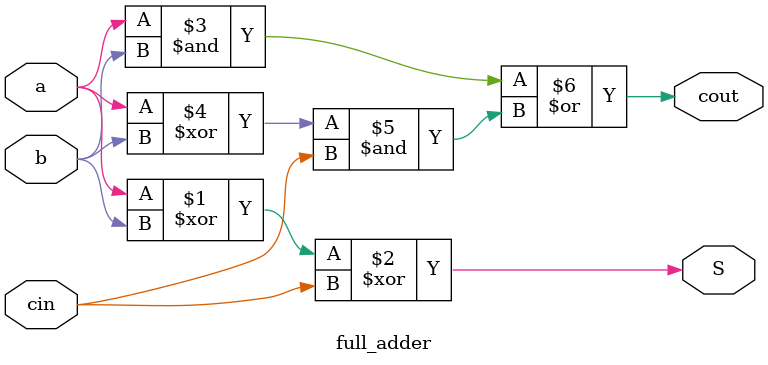
<source format=v>
module full_adder (
    input a, b, cin,
    output S, cout
);

    assign S = a ^ b ^ cin;
    assign cout = (a & b) | ((a ^ b) & cin);

endmodule
</source>
